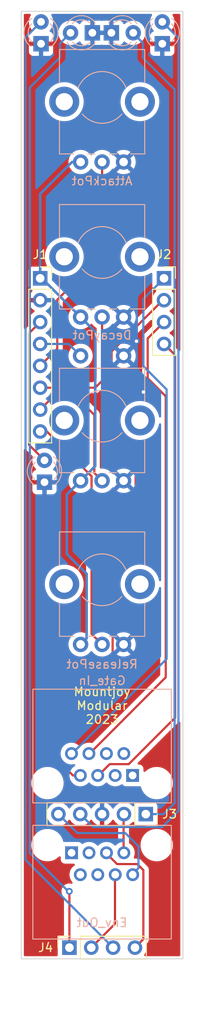
<source format=kicad_pcb>
(kicad_pcb (version 20221018) (generator pcbnew)
  (layers (0 "F.Cu" signal) (31 "B.Cu" signal) (34 "B.Paste" user) (35 "F.Paste" user) (36 "B.SilkS" user "B.Silkscreen") (37 "F.SilkS" user "F.Silkscreen") (38 "B.Mask" user) (39 "F.Mask" user) (44 "Edge.Cuts" user))
  (net 0 "")
  (net 1 "GND")
  (net 2 "/Led1_Out")
  (net 3 "/Led2_Out")
  (net 4 "/Led3_Out")
  (net 5 "/Led4_Out")
  (net 6 "+3.3VA")
  (net 7 "/Attack_Pot")
  (net 8 "/Decay_Pot")
  (net 9 "/Release_Pot")
  (net 10 "/Sustain_Pot")
  (net 11 "/Env2_Out")
  (net 12 "/Env1_Out")
  (net 13 "/Gate1_In")
  (net 14 "/Gate2_In")
  (net 15 "/Gate3_In")
  (net 16 "/Gate4_In")
  (net 17 "/Env3_Out")
  (net 18 "/Env4_Out")
  (net 27 "/Mode_Led")
  (net 28 "/Mode_Btn")
  (footprint "Connector_PinSocket_2.54mm:PinSocket_1x08_P2.54mm_Vertical" (layer "F.Cu") (at 52.2 75)
    (fp_text reference "J1" (at 0 -2.77) (layer "F.SilkS"))
    (fp_text value "Conn_01x08")
    (fp_line (start -1.33 1.27) (end -1.33 19.11) (stroke (width 0.12)) (layer "F.SilkS"))
    (fp_line (start -1.33 1.27) (end 1.33 1.27) (stroke (width 0.12)) (layer "F.SilkS"))
    (fp_line (start -1.33 19.11) (end 1.33 19.11) (stroke (width 0.12)) (layer "F.SilkS"))
    (fp_line (start 0 -1.33) (end 1.33 -1.33) (stroke (width 0.12)) (layer "F.SilkS"))
    (fp_line (start 1.33 -1.33) (end 1.33 0) (stroke (width 0.12)) (layer "F.SilkS"))
    (fp_line (start 1.33 1.27) (end 1.33 19.11) (stroke (width 0.12)) (layer "F.SilkS"))
    (pad "1" thru_hole rect (at 0 0) (size 1.7 1.7) (drill 1) (layers "*.Cu" "*.Mask") (net 6 "+3.3VA"))
    (pad "2" thru_hole oval (at 0 2.54) (size 1.7 1.7) (drill 1) (layers "*.Cu" "*.Mask") (net 1 "GND"))
    (pad "3" thru_hole oval (at 0 5.08) (size 1.7 1.7) (drill 1) (layers "*.Cu" "*.Mask") (net 27 "/Mode_Led"))
    (pad "4" thru_hole oval (at 0 7.62) (size 1.7 1.7) (drill 1) (layers "*.Cu" "*.Mask") (net 28 "/Mode_Btn"))
    (pad "5" thru_hole oval (at 0 10.16) (size 1.7 1.7) (drill 1) (layers "*.Cu" "*.Mask") (net 7 "/Attack_Pot"))
    (pad "6" thru_hole oval (at 0 12.7) (size 1.7 1.7) (drill 1) (layers "*.Cu" "*.Mask") (net 8 "/Decay_Pot"))
    (pad "7" thru_hole oval (at 0 15.24) (size 1.7 1.7) (drill 1) (layers "*.Cu" "*.Mask") (net 10 "/Sustain_Pot"))
    (pad "8" thru_hole oval (at 0 17.78) (size 1.7 1.7) (drill 1) (layers "*.Cu" "*.Mask") (net 9 "/Release_Pot"))
  )
  (footprint "Connector_PinSocket_2.54mm:PinSocket_1x05_P2.54mm_Vertical" (layer "F.Cu") (at 64.48 137.2 -90)
    (fp_text reference "J3" (at 0 -2.77) (layer "F.SilkS"))
    (fp_text value "Conn_01x05")
    (fp_line (start -1.33 1.27) (end -1.33 11.49) (stroke (width 0.12)) (layer "F.SilkS"))
    (fp_line (start -1.33 1.27) (end 1.33 1.27) (stroke (width 0.12)) (layer "F.SilkS"))
    (fp_line (start -1.33 11.49) (end 1.33 11.49) (stroke (width 0.12)) (layer "F.SilkS"))
    (fp_line (start 0 -1.33) (end 1.33 -1.33) (stroke (width 0.12)) (layer "F.SilkS"))
    (fp_line (start 1.33 -1.33) (end 1.33 0) (stroke (width 0.12)) (layer "F.SilkS"))
    (fp_line (start 1.33 1.27) (end 1.33 11.49) (stroke (width 0.12)) (layer "F.SilkS"))
    (pad "1" thru_hole rect (at 0 0 270) (size 1.7 1.7) (drill 1) (layers "*.Cu" "*.Mask") (net 3 "/Led2_Out"))
    (pad "2" thru_hole oval (at 0 2.54 270) (size 1.7 1.7) (drill 1) (layers "*.Cu" "*.Mask") (net 11 "/Env2_Out"))
    (pad "3" thru_hole oval (at 0 5.08 270) (size 1.7 1.7) (drill 1) (layers "*.Cu" "*.Mask") (net 1 "GND"))
    (pad "4" thru_hole oval (at 0 7.62 270) (size 1.7 1.7) (drill 1) (layers "*.Cu" "*.Mask") (net 2 "/Led1_Out"))
    (pad "5" thru_hole oval (at 0 10.16 270) (size 1.7 1.7) (drill 1) (layers "*.Cu" "*.Mask") (net 12 "/Env1_Out"))
  )
  (footprint "Connector_PinSocket_2.54mm:PinSocket_1x04_P2.54mm_Vertical" (layer "F.Cu") (at 55.6 152.7 90)
    (fp_text reference "J4" (at 0 -2.77 180) (layer "F.SilkS"))
    (fp_text value "Conn_01x04")
    (fp_line (start -1.33 1.27) (end -1.33 8.95) (stroke (width 0.12)) (layer "F.SilkS"))
    (fp_line (start -1.33 1.27) (end 1.33 1.27) (stroke (width 0.12)) (layer "F.SilkS"))
    (fp_line (start -1.33 8.95) (end 1.33 8.95) (stroke (width 0.12)) (layer "F.SilkS"))
    (fp_line (start 0 -1.33) (end 1.33 -1.33) (stroke (width 0.12)) (layer "F.SilkS"))
    (fp_line (start 1.33 -1.33) (end 1.33 0) (stroke (width 0.12)) (layer "F.SilkS"))
    (fp_line (start 1.33 1.27) (end 1.33 8.95) (stroke (width 0.12)) (layer "F.SilkS"))
    (pad "1" thru_hole rect (at 0 0 90) (size 1.7 1.7) (drill 1) (layers "*.Cu" "*.Mask") (net 4 "/Led3_Out"))
    (pad "2" thru_hole oval (at 0 2.54 90) (size 1.7 1.7) (drill 1) (layers "*.Cu" "*.Mask") (net 17 "/Env3_Out"))
    (pad "3" thru_hole oval (at 0 5.08 90) (size 1.7 1.7) (drill 1) (layers "*.Cu" "*.Mask") (net 5 "/Led4_Out"))
    (pad "4" thru_hole oval (at 0 7.62 90) (size 1.7 1.7) (drill 1) (layers "*.Cu" "*.Mask") (net 18 "/Env4_Out"))
  )
  (footprint "Connector_PinSocket_2.54mm:PinSocket_1x04_P2.54mm_Vertical" (layer "F.Cu") (at 66.6 75)
    (fp_text reference "J2" (at 0 -2.77) (layer "F.SilkS"))
    (fp_text value "Conn_01x04")
    (fp_line (start -1.33 1.27) (end -1.33 8.95) (stroke (width 0.12)) (layer "F.SilkS"))
    (fp_line (start -1.33 1.27) (end 1.33 1.27) (stroke (width 0.12)) (layer "F.SilkS"))
    (fp_line (start -1.33 8.95) (end 1.33 8.95) (stroke (width 0.12)) (layer "F.SilkS"))
    (fp_line (start 0 -1.33) (end 1.33 -1.33) (stroke (width 0.12)) (layer "F.SilkS"))
    (fp_line (start 1.33 -1.33) (end 1.33 0) (stroke (width 0.12)) (layer "F.SilkS"))
    (fp_line (start 1.33 1.27) (end 1.33 8.95) (stroke (width 0.12)) (layer "F.SilkS"))
    (pad "1" thru_hole rect locked (at 0 0) (size 1.7 1.7) (drill 1) (layers "*.Cu" "*.Mask") (net 13 "/Gate1_In"))
    (pad "2" thru_hole oval locked (at 0 2.54) (size 1.7 1.7) (drill 1) (layers "*.Cu" "*.Mask") (net 14 "/Gate2_In"))
    (pad "3" thru_hole oval locked (at 0 5.08) (size 1.7 1.7) (drill 1) (layers "*.Cu" "*.Mask") (net 15 "/Gate3_In"))
    (pad "4" thru_hole oval locked (at 0 7.62) (size 1.7 1.7) (drill 1) (layers "*.Cu" "*.Mask") (net 16 "/Gate4_In"))
  )
  (footprint "Custom_Footprints:LED_D3.0mm" (layer "B.Cu") (at 61.75 46.5)
    (fp_text reference "D2" hide)
    (fp_text value "LED")
    (fp_line (start -1.56 -1.08) (end -1.56 -1.236) (stroke (width 0.12)) (layer "B.SilkS"))
    (fp_line (start -1.56 1.236) (end -1.56 1.08) (stroke (width 0.12)) (layer "B.SilkS"))
    (fp_arc (start -1.56 -1.235516) (mid 0.096487 -1.987659) (end 1.672335 -1.078608) (stroke (width 0.12)) (layer "B.SilkS"))
    (fp_arc (start -1.040961 -1.08) (mid 0.000117 -1.5) (end 1.04113 -1.079837) (stroke (width 0.12)) (layer "B.SilkS"))
    (fp_arc (start 1.04113 1.079837) (mid 0.000117 1.5) (end -1.040961 1.08) (stroke (width 0.12)) (layer "B.SilkS"))
    (fp_arc (start 1.672335 1.078608) (mid 0.096487 1.987659) (end -1.56 1.235516) (stroke (width 0.12)) (layer "B.SilkS"))
    (pad "1" thru_hole rect (at -1.27 0) (size 1.8 1.8) (drill 0.9) (layers "*.Cu" "*.Mask") (net 1 "GND"))
    (pad "2" thru_hole circle (at 1.27 0) (size 1.8 1.8) (drill 0.9) (layers "*.Cu" "*.Mask") (net 3 "/Led2_Out"))
  )
  (footprint "Custom_Footprints:LED_D3.0mm" (layer "B.Cu") (at 66.4 46.5 90)
    (fp_text reference "D1" hide)
    (fp_text value "LED")
    (fp_line (start -1.56 -1.08) (end -1.56 -1.236) (stroke (width 0.12)) (layer "B.SilkS"))
    (fp_line (start -1.56 1.236) (end -1.56 1.08) (stroke (width 0.12)) (layer "B.SilkS"))
    (fp_arc (start -1.56 -1.235516) (mid 0.096487 -1.987659) (end 1.672335 -1.078608) (stroke (width 0.12)) (layer "B.SilkS"))
    (fp_arc (start -1.040961 -1.08) (mid 0.000117 -1.5) (end 1.04113 -1.079837) (stroke (width 0.12)) (layer "B.SilkS"))
    (fp_arc (start 1.04113 1.079837) (mid 0.000117 1.5) (end -1.040961 1.08) (stroke (width 0.12)) (layer "B.SilkS"))
    (fp_arc (start 1.672335 1.078608) (mid 0.096487 1.987659) (end -1.56 1.235516) (stroke (width 0.12)) (layer "B.SilkS"))
    (pad "1" thru_hole rect (at -1.27 0 90) (size 1.8 1.8) (drill 0.9) (layers "*.Cu" "*.Mask") (net 1 "GND"))
    (pad "2" thru_hole circle (at 1.27 0 90) (size 1.8 1.8) (drill 0.9) (layers "*.Cu" "*.Mask") (net 2 "/Led1_Out"))
  )
  (footprint "Custom_Footprints:Alpha_9mm_Potentiometer_Aligned" (layer "B.Cu") (at 59.4 110 180)
    (fp_text reference "RV4" hide)
    (fp_text value "ReleasePot" (at 0 -9.8) (layer "B.SilkS") (effects (justify mirror)))
    (fp_line (start -4.961 -6.56) (end -4.961 -2.694) (stroke (width 0.12)) (layer "B.SilkS"))
    (fp_line (start -4.961 -6.56) (end -3.325 -6.56) (stroke (width 0.12)) (layer "B.SilkS"))
    (fp_line (start -4.961 1.695) (end -4.961 5.56) (stroke (width 0.12)) (layer "B.SilkS"))
    (fp_line (start -4.961 5.56) (end 4.96 5.56) (stroke (width 0.12)) (layer "B.SilkS"))
    (fp_line (start -1.675 -6.56) (end -0.825 -6.56) (stroke (width 0.12)) (layer "B.SilkS"))
    (fp_line (start 0.825 -6.56) (end 1.675 -6.56) (stroke (width 0.12)) (layer "B.SilkS"))
    (fp_line (start 3.325 -6.56) (end 4.96 -6.56) (stroke (width 0.12)) (layer "B.SilkS"))
    (fp_line (start 4.96 -6.56) (end 4.96 -2.694) (stroke (width 0.12)) (layer "B.SilkS"))
    (fp_line (start 4.96 1.695) (end 4.96 5.56) (stroke (width 0.12)) (layer "B.SilkS"))
    (fp_arc (start -2.298 -1.928) (mid -0.000192 -2.999665) (end 2.297753 -1.928295) (stroke (width 0.12)) (layer "B.SilkS"))
    (fp_arc (start 2.762 1.173) (mid -0.000553 3.000762) (end -2.762432 1.171982) (stroke (width 0.12)) (layer "B.SilkS"))
    (pad "" np_thru_hole circle (at -4.4 -0.5 90) (size 3.5 3.5) (drill 2) (layers "F&B.Cu" "*.Mask"))
    (pad "" np_thru_hole circle (at 4.4 -0.5 90) (size 3.5 3.5) (drill 2) (layers "F&B.Cu" "*.Mask"))
    (pad "1" thru_hole circle (at 2.5 -7.5 90) (size 1.8 1.8) (drill 1) (layers "*.Cu" "*.Mask") (net 6 "+3.3VA"))
    (pad "2" thru_hole circle (at 0 -7.5 90) (size 1.8 1.8) (drill 1) (layers "*.Cu" "*.Mask") (net 9 "/Release_Pot"))
    (pad "3" thru_hole circle (at -2.5 -7.5 90) (size 1.8 1.8) (drill 1) (layers "*.Cu" "*.Mask") (net 1 "GND"))
  )
  (footprint "Custom_Footprints:Bourns_Switch_Potentiometer" (layer "B.Cu") (at 59.4 91 180)
    (fp_text reference "RV3" hide)
    (fp_text value "SustainPot" hide)
    (fp_line (start -4.961 -6.56) (end -4.961 -2.694) (stroke (width 0.12)) (layer "B.SilkS"))
    (fp_line (start -4.961 -6.56) (end -3.325 -6.56) (stroke (width 0.12)) (layer "B.SilkS"))
    (fp_line (start -4.961 1.695) (end -4.961 5.56) (stroke (width 0.12)) (layer "B.SilkS"))
    (fp_line (start -4.961 5.56) (end 4.96 5.56) (stroke (width 0.12)) (layer "B.SilkS"))
    (fp_line (start -1.675 -6.56) (end -0.825 -6.56) (stroke (width 0.12)) (layer "B.SilkS"))
    (fp_line (start 0.825 -6.56) (end 1.675 -6.56) (stroke (width 0.12)) (layer "B.SilkS"))
    (fp_line (start 3.325 -6.56) (end 4.96 -6.56) (stroke (width 0.12)) (layer "B.SilkS"))
    (fp_line (start 4.96 -6.56) (end 4.96 -2.694) (stroke (width 0.12)) (layer "B.SilkS"))
    (fp_line (start 4.96 1.695) (end 4.96 5.56) (stroke (width 0.12)) (layer "B.SilkS"))
    (fp_arc (start -2.298 -1.928) (mid -0.000192 -2.999665) (end 2.297753 -1.928295) (stroke (width 0.12)) (layer "B.SilkS"))
    (fp_arc (start 2.762 1.173) (mid -0.000553 3.000762) (end -2.762432 1.171982) (stroke (width 0.12)) (layer "B.SilkS"))
    (pad "" np_thru_hole circle (at -4.4 -0.5 90) (size 3.5 3.5) (drill 2) (layers "F&B.Cu" "*.Mask"))
    (pad "" np_thru_hole circle (at 4.4 -0.5 90) (size 3.5 3.5) (drill 2) (layers "F&B.Cu" "*.Mask"))
    (pad "1" thru_hole circle (at 2.5 -7.5 90) (size 1.8 1.8) (drill 1) (layers "*.Cu" "*.Mask") (net 6 "+3.3VA"))
    (pad "2" thru_hole circle (at 0 -7.5 90) (size 1.8 1.8) (drill 1) (layers "*.Cu" "*.Mask") (net 10 "/Sustain_Pot"))
    (pad "3" thru_hole circle (at -2.5 -7.5 90) (size 1.8 1.8) (drill 1) (layers "*.Cu" "*.Mask") (net 1 "GND"))
    (pad "4" thru_hole circle (at -2.5 7 90) (size 1.8 1.8) (drill 1) (layers "*.Cu" "*.Mask") (net 1 "GND"))
    (pad "5" thru_hole circle (at 2.5 7 90) (size 1.8 1.8) (drill 1) (layers "*.Cu" "*.Mask") (net 28 "/Mode_Btn"))
  )
  (footprint "Custom_Footprints:LED_D3.0mm" (layer "B.Cu") (at 52.3 46.5 90)
    (fp_text reference "D4" hide)
    (fp_text value "LED")
    (fp_line (start -1.56 -1.08) (end -1.56 -1.236) (stroke (width 0.12)) (layer "B.SilkS"))
    (fp_line (start -1.56 1.236) (end -1.56 1.08) (stroke (width 0.12)) (layer "B.SilkS"))
    (fp_arc (start -1.56 -1.235516) (mid 0.096487 -1.987659) (end 1.672335 -1.078608) (stroke (width 0.12)) (layer "B.SilkS"))
    (fp_arc (start -1.040961 -1.08) (mid 0.000117 -1.5) (end 1.04113 -1.079837) (stroke (width 0.12)) (layer "B.SilkS"))
    (fp_arc (start 1.04113 1.079837) (mid 0.000117 1.5) (end -1.040961 1.08) (stroke (width 0.12)) (layer "B.SilkS"))
    (fp_arc (start 1.672335 1.078608) (mid 0.096487 1.987659) (end -1.56 1.235516) (stroke (width 0.12)) (layer "B.SilkS"))
    (pad "1" thru_hole rect (at -1.27 0 90) (size 1.8 1.8) (drill 0.9) (layers "*.Cu" "*.Mask") (net 1 "GND"))
    (pad "2" thru_hole circle (at 1.27 0 90) (size 1.8 1.8) (drill 0.9) (layers "*.Cu" "*.Mask") (net 5 "/Led4_Out"))
  )
  (footprint "Custom_Footprints:LED_D3.0mm" (layer "B.Cu") (at 52.7 97.4 90)
    (fp_text reference "D5" hide)
    (fp_text value "LED")
    (fp_line (start -1.56 -1.08) (end -1.56 -1.236) (stroke (width 0.12)) (layer "B.SilkS"))
    (fp_line (start -1.56 1.236) (end -1.56 1.08) (stroke (width 0.12)) (layer "B.SilkS"))
    (fp_arc (start -1.56 -1.235516) (mid 0.096487 -1.987659) (end 1.672335 -1.078608) (stroke (width 0.12)) (layer "B.SilkS"))
    (fp_arc (start -1.040961 -1.08) (mid 0.000117 -1.5) (end 1.04113 -1.079837) (stroke (width 0.12)) (layer "B.SilkS"))
    (fp_arc (start 1.04113 1.079837) (mid 0.000117 1.5) (end -1.040961 1.08) (stroke (width 0.12)) (layer "B.SilkS"))
    (fp_arc (start 1.672335 1.078608) (mid 0.096487 1.987659) (end -1.56 1.235516) (stroke (width 0.12)) (layer "B.SilkS"))
    (pad "1" thru_hole rect (at -1.27 0 90) (size 1.8 1.8) (drill 0.9) (layers "*.Cu" "*.Mask") (net 1 "GND"))
    (pad "2" thru_hole circle (at 1.27 0 90) (size 1.8 1.8) (drill 0.9) (layers "*.Cu" "*.Mask") (net 27 "/Mode_Led"))
  )
  (footprint "Custom_Footprints:RJ45_Amphenol_RJHSE-3080" (layer "B.Cu") (at 59.4 145.1)
    (fp_text reference "J6" hide)
    (fp_text value "Env_Out" (at -0.01 4.7) (layer "B.SilkS") (effects (justify mirror)))
    (fp_rect (start -8.05 6.6) (end 8.05 -6.6) (stroke (width 0.12)) (fill none) (layer "B.SilkS"))
    (pad "" np_thru_hole circle (at -6.35 -4.3) (size 3.25 3.25) (drill 3.25) (layers "F&B.Cu" "*.Mask"))
    (pad "" np_thru_hole circle (at 6.35 -4.3) (size 3.25 3.25) (drill 3.25) (layers "F&B.Cu" "*.Mask"))
    (pad "1" thru_hole circle (at 3.56 -0.87) (size 1.5 1.5) (drill 0.9) (layers "*.Cu" "*.Mask") (net 12 "/Env1_Out"))
    (pad "2" thru_hole circle (at 2.53 -3.41) (size 1.5 1.5) (drill 0.9) (layers "*.Cu" "*.Mask") (net 11 "/Env2_Out"))
    (pad "3" thru_hole circle (at 1.53 -0.87) (size 1.5 1.5) (drill 0.9) (layers "*.Cu" "*.Mask") (net 17 "/Env3_Out"))
    (pad "4" thru_hole circle (at 0.51 -3.41) (size 1.5 1.5) (drill 0.9) (layers "*.Cu" "*.Mask") (net 18 "/Env4_Out"))
    (pad "5" thru_hole circle (at -0.5 -0.87) (size 1.5 1.5) (drill 0.9) (layers "*.Cu" "*.Mask"))
    (pad "6" thru_hole circle (at -1.52 -3.41) (size 1.5 1.5) (drill 0.9) (layers "*.Cu" "*.Mask"))
    (pad "7" thru_hole circle (at -2.53 -0.87) (size 1.5 1.5) (drill 0.9) (layers "*.Cu" "*.Mask"))
    (pad "8" thru_hole rect (at -3.55 -3.41) (size 1.5 1.5) (drill 0.9) (layers "*.Cu" "*.Mask"))
  )
  (footprint "Custom_Footprints:Alpha_9mm_Potentiometer_Aligned" (layer "B.Cu") (at 59.4 72 180)
    (fp_text reference "RV2" hide)
    (fp_text value "DecayPot" (at 0 -9.6) (layer "B.SilkS") (effects (justify mirror)))
    (fp_line (start -4.961 -6.56) (end -4.961 -2.694) (stroke (width 0.12)) (layer "B.SilkS"))
    (fp_line (start -4.961 -6.56) (end -3.325 -6.56) (stroke (width 0.12)) (layer "B.SilkS"))
    (fp_line (start -4.961 1.695) (end -4.961 5.56) (stroke (width 0.12)) (layer "B.SilkS"))
    (fp_line (start -4.961 5.56) (end 4.96 5.56) (stroke (width 0.12)) (layer "B.SilkS"))
    (fp_line (start -1.675 -6.56) (end -0.825 -6.56) (stroke (width 0.12)) (layer "B.SilkS"))
    (fp_line (start 0.825 -6.56) (end 1.675 -6.56) (stroke (width 0.12)) (layer "B.SilkS"))
    (fp_line (start 3.325 -6.56) (end 4.96 -6.56) (stroke (width 0.12)) (layer "B.SilkS"))
    (fp_line (start 4.96 -6.56) (end 4.96 -2.694) (stroke (width 0.12)) (layer "B.SilkS"))
    (fp_line (start 4.96 1.695) (end 4.96 5.56) (stroke (width 0.12)) (layer "B.SilkS"))
    (fp_arc (start -2.298 -1.928) (mid -0.000192 -2.999665) (end 2.297753 -1.928295) (stroke (width 0.12)) (layer "B.SilkS"))
    (fp_arc (start 2.762 1.173) (mid -0.000553 3.000762) (end -2.762432 1.171982) (stroke (width 0.12)) (layer "B.SilkS"))
    (pad "" np_thru_hole circle (at -4.4 -0.5 90) (size 3.5 3.5) (drill 2) (layers "F&B.Cu" "*.Mask"))
    (pad "" np_thru_hole circle (at 4.4 -0.5 90) (size 3.5 3.5) (drill 2) (layers "F&B.Cu" "*.Mask"))
    (pad "1" thru_hole circle (at 2.5 -7.5 90) (size 1.8 1.8) (drill 1) (layers "*.Cu" "*.Mask") (net 6 "+3.3VA"))
    (pad "2" thru_hole circle (at 0 -7.5 90) (size 1.8 1.8) (drill 1) (layers "*.Cu" "*.Mask") (net 8 "/Decay_Pot"))
    (pad "3" thru_hole circle (at -2.5 -7.5 90) (size 1.8 1.8) (drill 1) (layers "*.Cu" "*.Mask") (net 1 "GND"))
  )
  (footprint "Custom_Footprints:LED_D3.0mm" (layer "B.Cu") (at 57 46.5 180)
    (fp_text reference "D3" hide)
    (fp_text value "LED")
    (fp_line (start -1.56 -1.08) (end -1.56 -1.236) (stroke (width 0.12)) (layer "B.SilkS"))
    (fp_line (start -1.56 1.236) (end -1.56 1.08) (stroke (width 0.12)) (layer "B.SilkS"))
    (fp_arc (start -1.56 -1.235516) (mid 0.096487 -1.987659) (end 1.672335 -1.078608) (stroke (width 0.12)) (layer "B.SilkS"))
    (fp_arc (start -1.040961 -1.08) (mid 0.000117 -1.5) (end 1.04113 -1.079837) (stroke (width 0.12)) (layer "B.SilkS"))
    (fp_arc (start 1.04113 1.079837) (mid 0.000117 1.5) (end -1.040961 1.08) (stroke (width 0.12)) (layer "B.SilkS"))
    (fp_arc (start 1.672335 1.078608) (mid 0.096487 1.987659) (end -1.56 1.235516) (stroke (width 0.12)) (layer "B.SilkS"))
    (pad "1" thru_hole rect (at -1.27 0 180) (size 1.8 1.8) (drill 0.9) (layers "*.Cu" "*.Mask") (net 1 "GND"))
    (pad "2" thru_hole circle (at 1.27 0 180) (size 1.8 1.8) (drill 0.9) (layers "*.Cu" "*.Mask") (net 4 "/Led3_Out"))
  )
  (footprint "Custom_Footprints:Alpha_9mm_Potentiometer_Aligned" (layer "B.Cu") (at 59.4 54 180)
    (fp_text reference "RV1" hide)
    (fp_text value "AttackPot" (at 0 -9.7) (layer "B.SilkS") (effects (justify mirror)))
    (fp_line (start -4.961 -6.56) (end -4.961 -2.694) (stroke (width 0.12)) (layer "B.SilkS"))
    (fp_line (start -4.961 -6.56) (end -3.325 -6.56) (stroke (width 0.12)) (layer "B.SilkS"))
    (fp_line (start -4.961 1.695) (end -4.961 5.56) (stroke (width 0.12)) (layer "B.SilkS"))
    (fp_line (start -4.961 5.56) (end 4.96 5.56) (stroke (width 0.12)) (layer "B.SilkS"))
    (fp_line (start -1.675 -6.56) (end -0.825 -6.56) (stroke (width 0.12)) (layer "B.SilkS"))
    (fp_line (start 0.825 -6.56) (end 1.675 -6.56) (stroke (width 0.12)) (layer "B.SilkS"))
    (fp_line (start 3.325 -6.56) (end 4.96 -6.56) (stroke (width 0.12)) (layer "B.SilkS"))
    (fp_line (start 4.96 -6.56) (end 4.96 -2.694) (stroke (width 0.12)) (layer "B.SilkS"))
    (fp_line (start 4.96 1.695) (end 4.96 5.56) (stroke (width 0.12)) (layer "B.SilkS"))
    (fp_arc (start -2.298 -1.928) (mid -0.000192 -2.999665) (end 2.297753 -1.928295) (stroke (width 0.12)) (layer "B.SilkS"))
    (fp_arc (start 2.762 1.173) (mid -0.000553 3.000762) (end -2.762432 1.171982) (stroke (width 0.12)) (layer "B.SilkS"))
    (pad "" np_thru_hole circle (at -4.4 -0.5 90) (size 3.5 3.5) (drill 2) (layers "F&B.Cu" "*.Mask"))
    (pad "" np_thru_hole circle (at 4.4 -0.5 90) (size 3.5 3.5) (drill 2) (layers "F&B.Cu" "*.Mask"))
    (pad "1" thru_hole circle (at 2.5 -7.5 90) (size 1.8 1.8) (drill 1) (layers "*.Cu" "*.Mask") (net 6 "+3.3VA"))
    (pad "2" thru_hole circle (at 0 -7.5 90) (size 1.8 1.8) (drill 1) (layers "*.Cu" "*.Mask") (net 7 "/Attack_Pot"))
    (pad "3" thru_hole circle (at -2.5 -7.5 90) (size 1.8 1.8) (drill 1) (layers "*.Cu" "*.Mask") (net 1 "GND"))
  )
  (footprint "Custom_Footprints:RJ45_Amphenol_RJHSE-3080" (layer "B.Cu") (at 59.4 129.3 180)
    (fp_text reference "J5" hide)
    (fp_text value "Gate_In" (at -0.01 7.59) (layer "B.SilkS") (effects (justify mirror)))
    (fp_rect (start -8.05 6.6) (end 8.05 -6.6) (stroke (width 0.12)) (fill none) (layer "B.SilkS"))
    (pad "" np_thru_hole circle (at -6.35 -4.3 180) (size 3.25 3.25) (drill 3.25) (layers "F&B.Cu" "*.Mask"))
    (pad "" np_thru_hole circle (at 6.35 -4.3 180) (size 3.25 3.25) (drill 3.25) (layers "F&B.Cu" "*.Mask"))
    (pad "1" thru_hole circle (at 3.56 -0.87 180) (size 1.5 1.5) (drill 0.9) (layers "*.Cu" "*.Mask") (net 13 "/Gate1_In"))
    (pad "2" thru_hole circle (at 2.53 -3.41 180) (size 1.5 1.5) (drill 0.9) (layers "*.Cu" "*.Mask") (net 14 "/Gate2_In"))
    (pad "3" thru_hole circle (at 1.53 -0.87 180) (size 1.5 1.5) (drill 0.9) (layers "*.Cu" "*.Mask") (net 15 "/Gate3_In"))
    (pad "4" thru_hole circle (at 0.51 -3.41 180) (size 1.5 1.5) (drill 0.9) (layers "*.Cu" "*.Mask") (net 16 "/Gate4_In"))
    (pad "5" thru_hole circle (at -0.5 -0.87 180) (size 1.5 1.5) (drill 0.9) (layers "*.Cu" "*.Mask"))
    (pad "6" thru_hole circle (at -1.52 -3.41 180) (size 1.5 1.5) (drill 0.9) (layers "*.Cu" "*.Mask"))
    (pad "7" thru_hole circle (at -2.53 -0.87 180) (size 1.5 1.5) (drill 0.9) (layers "*.Cu" "*.Mask"))
    (pad "8" thru_hole rect (at -3.55 -3.41 180) (size 1.5 1.5) (drill 0.9) (layers "*.Cu" "*.Mask"))
  )
  (gr_rect (start 50 44) (end 68.8 154) (stroke (width 0.1)) (fill none) (layer "Edge.Cuts"))
  (gr_text "Mountjoy\nModular\n2023" (at 59.4 124.6) (layer "F.SilkS") (effects (font (size 1 1))))
  (via (at 63.4 82.3) (size 0.8) (drill 0.4) (layers "F.Cu" "B.Cu") (net 1))
  (via (at 64.2 88.2) (size 0.8) (drill 0.4) (layers "F.Cu" "B.Cu") (net 1))
  (segment (start 66.4 45.23) (end 68.279502 47.109502) (width 0.25) (layer "B.Cu") (net 2))
  (segment (start 68.279502 136.820498) (end 66.4 138.7) (width 0.25) (layer "B.Cu") (net 2))
  (segment (start 68.279502 47.109502) (end 68.279502 136.820498) (width 0.25) (layer "B.Cu") (net 2))
  (segment (start 66.4 138.7) (end 58.36 138.7) (width 0.25) (layer "B.Cu") (net 2))
  (segment (start 58.36 138.7) (end 56.86 137.2) (width 0.25) (layer "B.Cu") (net 2))
  (segment (start 64.48 137.2) (end 66.55 137.2) (width 0.25) (layer "B.Cu") (net 3))
  (segment (start 64.15 49.4) (end 64.15 47.65) (width 0.25) (layer "B.Cu") (net 3))
  (segment (start 67.830001 135.919999) (end 67.830001 53.080001) (width 0.25) (layer "B.Cu") (net 3))
  (segment (start 64.12 47.65) (end 62.97 46.5) (width 0.25) (layer "B.Cu") (net 3))
  (segment (start 67.830001 53.080001) (end 64.15 49.4) (width 0.25) (layer "B.Cu") (net 3))
  (segment (start 64.15 47.65) (end 64.12 47.65) (width 0.25) (layer "B.Cu") (net 3))
  (segment (start 66.55 137.2) (end 67.830001 135.919999) (width 0.25) (layer "B.Cu") (net 3))
  (segment (start 55.6 146.17843) (end 55.585785 146.164215) (width 0.25) (layer "F.Cu") (net 4))
  (segment (start 55.6 152.7) (end 55.6 146.17843) (width 0.25) (layer "F.Cu") (net 4))
  (via (at 55.585785 146.164215) (size 0.8) (drill 0.4) (layers "F.Cu" "B.Cu") (net 4))
  (segment (start 54.5 47.73) (end 54.5 49.35) (width 0.25) (layer "B.Cu") (net 4))
  (segment (start 54.5 49.35) (end 51 52.85) (width 0.25) (layer "B.Cu") (net 4))
  (segment (start 55.464215 146.164215) (end 55.585785 146.164215) (width 0.25) (layer "B.Cu") (net 4))
  (segment (start 51 52.85) (end 51 141.7) (width 0.25) (layer "B.Cu") (net 4))
  (segment (start 51 141.7) (end 55.464215 146.164215) (width 0.25) (layer "B.Cu") (net 4))
  (segment (start 55.73 46.5) (end 54.5 47.73) (width 0.25) (layer "B.Cu") (net 4))
  (segment (start 52.3 45.23) (end 50.5 47.03) (width 0.25) (layer "B.Cu") (net 5))
  (segment (start 50.5 47.03) (end 50.5 142.52) (width 0.25) (layer "B.Cu") (net 5))
  (segment (start 50.5 142.52) (end 60.68 152.7) (width 0.25) (layer "B.Cu") (net 5))
  (segment (start 55.3 107) (end 55.3 100.1) (width 0.3) (layer "B.Cu") (net 6))
  (segment (start 52.4 75) (end 56.9 79.5) (width 0.3) (layer "B.Cu") (net 6))
  (segment (start 58.6 81.2) (end 58.6 96.8) (width 0.3) (layer "B.Cu") (net 6))
  (segment (start 55.3 100.1) (end 56.9 98.5) (width 0.3) (layer "B.Cu") (net 6))
  (segment (start 57.6 116.8) (end 57.6 109.3) (width 0.3) (layer "B.Cu") (net 6))
  (segment (start 56.9 61.5) (end 55.9 61.5) (width 0.3) (layer "B.Cu") (net 6))
  (segment (start 56.9 79.5) (end 58.6 81.2) (width 0.3) (layer "B.Cu") (net 6))
  (segment (start 52.2 65.2) (end 52.2 75) (width 0.3) (layer "B.Cu") (net 6))
  (segment (start 58.6 96.8) (end 56.9 98.5) (width 0.3) (layer "B.Cu") (net 6))
  (segment (start 56.9 117.5) (end 57.6 116.8) (width 0.3) (layer "B.Cu") (net 6))
  (segment (start 57.6 109.3) (end 55.3 107) (width 0.3) (layer "B.Cu") (net 6))
  (segment (start 52.2 75) (end 52.4 75) (width 0.3) (layer "B.Cu") (net 6))
  (segment (start 55.9 61.5) (end 52.2 65.2) (width 0.3) (layer "B.Cu") (net 6))
  (segment (start 59.4 72.28) (end 54.19 77.49) (width 0.25) (layer "F.Cu") (net 7))
  (segment (start 54.19 77.49) (end 54.19 83.17) (width 0.25) (layer "F.Cu") (net 7))
  (segment (start 54.19 83.17) (end 52.2 85.16) (width 0.25) (layer "F.Cu") (net 7))
  (segment (start 59.4 61.5) (end 59.4 72.28) (width 0.25) (layer "F.Cu") (net 7))
  (segment (start 58.6 87.7) (end 52.2 87.7) (width 0.25) (layer "F.Cu") (net 8))
  (segment (start 59.4 79.5) (end 59.4 86.9) (width 0.25) (layer "F.Cu") (net 8))
  (segment (start 59.4 86.9) (end 58.6 87.7) (width 0.25) (layer "F.Cu") (net 8))
  (segment (start 58.175 97.975) (end 58.175 116.275) (width 0.25) (layer "F.Cu") (net 9))
  (segment (start 58.175 116.275) (end 59.4 117.5) (width 0.25) (layer "F.Cu") (net 9))
  (segment (start 52.2 92.78) (end 52.98 92.78) (width 0.25) (layer "F.Cu") (net 9))
  (segment (start 52.98 92.78) (end 58.175 97.975) (width 0.25) (layer "F.Cu") (net 9))
  (segment (start 58.5 97.6) (end 58.5 90.86) (width 0.25) (layer "F.Cu") (net 10))
  (segment (start 58.5 90.86) (end 56.74 89.1) (width 0.25) (layer "F.Cu") (net 10))
  (segment (start 59.4 98.5) (end 58.5 97.6) (width 0.25) (layer "F.Cu") (net 10))
  (segment (start 56.74 89.1) (end 53.34 89.1) (width 0.25) (layer "F.Cu") (net 10))
  (segment (start 53.34 89.1) (end 52.2 90.24) (width 0.25) (layer "F.Cu") (net 10))
  (segment (start 61.9 137.24) (end 61.9 141.64) (width 0.25) (layer "F.Cu") (net 11))
  (segment (start 61.94 137.2) (end 61.9 137.24) (width 0.25) (layer "F.Cu") (net 11))
  (segment (start 63.63 143.48) (end 63.63 140.93) (width 0.25) (layer "B.Cu") (net 12))
  (segment (start 62.1 139.4) (end 56.52 139.4) (width 0.25) (layer "B.Cu") (net 12))
  (segment (start 63.63 140.93) (end 62.1 139.4) (width 0.25) (layer "B.Cu") (net 12))
  (segment (start 62.88 144.23) (end 63.63 143.48) (width 0.25) (layer "B.Cu") (net 12))
  (segment (start 56.52 139.4) (end 54.32 137.2) (width 0.25) (layer "B.Cu") (net 12))
  (segment (start 66.9 119.19) (end 66.9 87.9) (width 0.25) (layer "B.Cu") (net 13))
  (segment (start 55.92 130.17) (end 66.9 119.19) (width 0.25) (layer "B.Cu") (net 13))
  (segment (start 64.2 85.2) (end 64.2 77.4) (width 0.25) (layer "B.Cu") (net 13))
  (segment (start 66.9 87.9) (end 64.2 85.2) (width 0.25) (layer "B.Cu") (net 13))
  (segment (start 64.2 77.4) (end 66.6 75) (width 0.25) (layer "B.Cu") (net 13))
  (segment (start 60.625 104) (end 63.3 101.325) (width 0.25) (layer "F.Cu") (net 14))
  (segment (start 60.5 83.5) (end 66.46 77.54) (width 0.25) (layer "F.Cu") (net 14))
  (segment (start 60.5 94.575) (end 60.5 83.5) (width 0.25) (layer "F.Cu") (net 14))
  (segment (start 54.4 131.1) (end 54.4 129.2) (width 0.25) (layer "F.Cu") (net 14))
  (segment (start 56.95 132.71) (end 56.01 132.71) (width 0.25) (layer "F.Cu") (net 14))
  (segment (start 63.3 101.325) (end 63.3 97.375) (width 0.25) (layer "F.Cu") (net 14))
  (segment (start 66.46 77.54) (end 66.6 77.54) (width 0.25) (layer "F.Cu") (net 14))
  (segment (start 54.4 129.2) (end 60.625 122.975) (width 0.25) (layer "F.Cu") (net 14))
  (segment (start 60.625 122.975) (end 60.625 104) (width 0.25) (layer "F.Cu") (net 14))
  (segment (start 63.3 97.375) (end 60.5 94.575) (width 0.25) (layer "F.Cu") (net 14))
  (segment (start 56.01 132.71) (end 54.4 131.1) (width 0.25) (layer "F.Cu") (net 14))
  (segment (start 66.8 88.7) (end 64.7 86.6) (width 0.25) (layer "F.Cu") (net 15))
  (segment (start 64.7 86.6) (end 64.7 81.98) (width 0.25) (layer "F.Cu") (net 15))
  (segment (start 57.95 130.17) (end 66.8 121.32) (width 0.25) (layer "F.Cu") (net 15))
  (segment (start 66.8 121.32) (end 66.8 88.7) (width 0.25) (layer "F.Cu") (net 15))
  (segment (start 64.7 81.98) (end 66.6 80.08) (width 0.25) (layer "F.Cu") (net 15))
  (segment (start 67.9 83.92) (end 67.9 126) (width 0.25) (layer "F.Cu") (net 16))
  (segment (start 67.9 126) (end 62.5 131.4) (width 0.25) (layer "F.Cu") (net 16))
  (segment (start 66.6 82.62) (end 67.9 83.92) (width 0.25) (layer "F.Cu") (net 16))
  (segment (start 60.28 131.4) (end 58.97 132.71) (width 0.25) (layer "F.Cu") (net 16))
  (segment (start 62.5 131.4) (end 60.28 131.4) (width 0.25) (layer "F.Cu") (net 16))
  (segment (start 58.14 152.7) (end 60.9 149.94) (width 0.25) (layer "F.Cu") (net 17))
  (segment (start 60.9 144.26) (end 60.93 144.23) (width 0.25) (layer "F.Cu") (net 17))
  (segment (start 60.9 149.94) (end 60.9 144.26) (width 0.25) (layer "F.Cu") (net 17))
  (segment (start 63.22 152.7) (end 64.2 151.72) (width 0.25) (layer "F.Cu") (net 18))
  (segment (start 63.5 143) (end 61.14 143) (width 0.25) (layer "F.Cu") (net 18))
  (segment (start 61.14 143) (end 59.83 141.69) (width 0.25) (layer "F.Cu") (net 18))
  (segment (start 64.2 143.7) (end 63.5 143) (width 0.25) (layer "F.Cu") (net 18))
  (segment (start 64.2 151.72) (end 64.2 143.7) (width 0.25) (layer "F.Cu") (net 18))
  (segment (start 50.9 94.33) (end 50.9 81.38) (width 0.25) (layer "F.Cu") (net 27))
  (segment (start 50.9 81.38) (end 52.2 80.08) (width 0.25) (layer "F.Cu") (net 27))
  (segment (start 52.7 96.13) (end 50.9 94.33) (width 0.25) (layer "F.Cu") (net 27))
  (segment (start 56.9 84) (end 55.52 82.62) (width 0.25) (layer "B.Cu") (net 28))
  (segment (start 55.52 82.62) (end 52.2 82.62) (width 0.25) (layer "B.Cu") (net 28))
  (zone locked (net 1) (net_name "GND") (layers "F&B.Cu") (priority 1) (connect_pads (clearance 0.508)) (min_thickness 0.254) (fill yes (thermal_gap 0.508) (thermal_bridge_width 0.508))
    (polygon (pts (xy 69.6 154.8) (xy 49 154.8) (xy 49 43) (xy 69.6 43)))
  )
)
</source>
